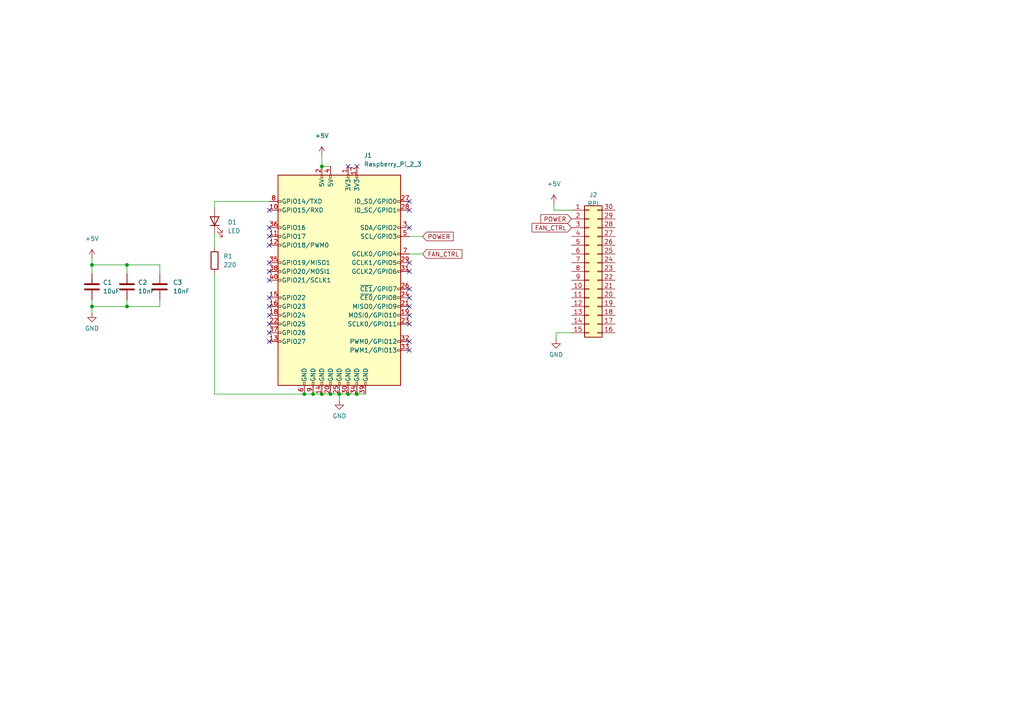
<source format=kicad_sch>
(kicad_sch (version 20211123) (generator eeschema)
  (paper "A4")
  (lib_symbols
    (symbol "Connector:Raspberry_Pi_2_3" (pin_names (offset 1.016))
      (property "Reference" "J" (at -17.78 31.75 0))
      (property "Value" "Raspberry_Pi_2_3" (at 10.16 -31.75 0))
      (symbol "Raspberry_Pi_2_3_0_1"
        (rectangle (start -17.78 30.48) (end 17.78 -30.48) (stroke (width 0.254)) (fill (type background)))
      )
      (symbol "Raspberry_Pi_2_3_1_1"
        (rectangle (start -16.891 -17.526) (end -17.78 -18.034))
        (rectangle (start -16.891 -14.986) (end -17.78 -15.494))
        (rectangle (start -16.891 -12.446) (end -17.78 -12.954))
        (rectangle (start -16.891 -9.906) (end -17.78 -10.414))
        (rectangle (start -16.891 -7.366) (end -17.78 -7.874))
        (rectangle (start -16.891 -4.826) (end -17.78 -5.334))
        (rectangle (start -16.891 0.254) (end -17.78 -0.254))
        (rectangle (start -16.891 2.794) (end -17.78 2.286))
        (rectangle (start -16.891 5.334) (end -17.78 4.826))
        (rectangle (start -16.891 10.414) (end -17.78 9.906))
        (rectangle (start -16.891 12.954) (end -17.78 12.446))
        (rectangle (start -16.891 15.494) (end -17.78 14.986))
        (rectangle (start -16.891 20.574) (end -17.78 20.066))
        (rectangle (start -16.891 23.114) (end -17.78 22.606))
        (rectangle (start -10.414 -29.591) (end -9.906 -30.48))
        (rectangle (start -7.874 -29.591) (end -7.366 -30.48))
        (rectangle (start -5.334 -29.591) (end -4.826 -30.48))
        (rectangle (start -5.334 30.48) (end -4.826 29.591))
        (rectangle (start -2.794 -29.591) (end -2.286 -30.48))
        (rectangle (start -2.794 30.48) (end -2.286 29.591))
        (rectangle (start -0.254 -29.591) (end 0.254 -30.48))
        (rectangle (start 2.286 -29.591) (end 2.794 -30.48))
        (rectangle (start 2.286 30.48) (end 2.794 29.591))
        (rectangle (start 4.826 -29.591) (end 5.334 -30.48))
        (rectangle (start 4.826 30.48) (end 5.334 29.591))
        (rectangle (start 7.366 -29.591) (end 7.874 -30.48))
        (rectangle (start 17.78 -20.066) (end 16.891 -20.574))
        (rectangle (start 17.78 -17.526) (end 16.891 -18.034))
        (rectangle (start 17.78 -12.446) (end 16.891 -12.954))
        (rectangle (start 17.78 -9.906) (end 16.891 -10.414))
        (rectangle (start 17.78 -7.366) (end 16.891 -7.874))
        (rectangle (start 17.78 -4.826) (end 16.891 -5.334))
        (rectangle (start 17.78 -2.286) (end 16.891 -2.794))
        (rectangle (start 17.78 2.794) (end 16.891 2.286))
        (rectangle (start 17.78 5.334) (end 16.891 4.826))
        (rectangle (start 17.78 7.874) (end 16.891 7.366))
        (rectangle (start 17.78 12.954) (end 16.891 12.446))
        (rectangle (start 17.78 15.494) (end 16.891 14.986))
        (rectangle (start 17.78 20.574) (end 16.891 20.066))
        (rectangle (start 17.78 23.114) (end 16.891 22.606))
        (pin power_in line (at 2.54 33.02 270) (length 2.54) (name "3V3") (number "1"))
        (pin bidirectional line (at -20.32 20.32 0) (length 2.54) (name "GPIO15/RXD") (number "10"))
        (pin bidirectional line (at -20.32 12.7 0) (length 2.54) (name "GPIO17") (number "11"))
        (pin bidirectional line (at -20.32 10.16 0) (length 2.54) (name "GPIO18/PWM0") (number "12"))
        (pin bidirectional line (at -20.32 -17.78 0) (length 2.54) (name "GPIO27") (number "13"))
        (pin power_in line (at -5.08 -33.02 90) (length 2.54) (name "GND") (number "14"))
        (pin bidirectional line (at -20.32 -5.08 0) (length 2.54) (name "GPIO22") (number "15"))
        (pin bidirectional line (at -20.32 -7.62 0) (length 2.54) (name "GPIO23") (number "16"))
        (pin power_in line (at 5.08 33.02 270) (length 2.54) (name "3V3") (number "17"))
        (pin bidirectional line (at -20.32 -10.16 0) (length 2.54) (name "GPIO24") (number "18"))
        (pin bidirectional line (at 20.32 -10.16 180) (length 2.54) (name "MOSI0/GPIO10") (number "19"))
        (pin power_in line (at -5.08 33.02 270) (length 2.54) (name "5V") (number "2"))
        (pin power_in line (at -2.54 -33.02 90) (length 2.54) (name "GND") (number "20"))
        (pin bidirectional line (at 20.32 -7.62 180) (length 2.54) (name "MISO0/GPIO9") (number "21"))
        (pin bidirectional line (at -20.32 -12.7 0) (length 2.54) (name "GPIO25") (number "22"))
        (pin bidirectional line (at 20.32 -12.7 180) (length 2.54) (name "SCLK0/GPIO11") (number "23"))
        (pin bidirectional line (at 20.32 -5.08 180) (length 2.54) (name "~{CE0}/GPIO8") (number "24"))
        (pin power_in line (at 0 -33.02 90) (length 2.54) (name "GND") (number "25"))
        (pin bidirectional line (at 20.32 -2.54 180) (length 2.54) (name "~{CE1}/GPIO7") (number "26"))
        (pin bidirectional line (at 20.32 22.86 180) (length 2.54) (name "ID_SD/GPIO0") (number "27"))
        (pin bidirectional line (at 20.32 20.32 180) (length 2.54) (name "ID_SC/GPIO1") (number "28"))
        (pin bidirectional line (at 20.32 5.08 180) (length 2.54) (name "GCLK1/GPIO5") (number "29"))
        (pin bidirectional line (at 20.32 15.24 180) (length 2.54) (name "SDA/GPIO2") (number "3"))
        (pin power_in line (at 2.54 -33.02 90) (length 2.54) (name "GND") (number "30"))
        (pin bidirectional line (at 20.32 2.54 180) (length 2.54) (name "GCLK2/GPIO6") (number "31"))
        (pin bidirectional line (at 20.32 -17.78 180) (length 2.54) (name "PWM0/GPIO12") (number "32"))
        (pin bidirectional line (at 20.32 -20.32 180) (length 2.54) (name "PWM1/GPIO13") (number "33"))
        (pin power_in line (at 5.08 -33.02 90) (length 2.54) (name "GND") (number "34"))
        (pin bidirectional line (at -20.32 5.08 0) (length 2.54) (name "GPIO19/MISO1") (number "35"))
        (pin bidirectional line (at -20.32 15.24 0) (length 2.54) (name "GPIO16") (number "36"))
        (pin bidirectional line (at -20.32 -15.24 0) (length 2.54) (name "GPIO26") (number "37"))
        (pin bidirectional line (at -20.32 2.54 0) (length 2.54) (name "GPIO20/MOSI1") (number "38"))
        (pin power_in line (at 7.62 -33.02 90) (length 2.54) (name "GND") (number "39"))
        (pin power_in line (at -2.54 33.02 270) (length 2.54) (name "5V") (number "4"))
        (pin bidirectional line (at -20.32 0 0) (length 2.54) (name "GPIO21/SCLK1") (number "40"))
        (pin bidirectional line (at 20.32 12.7 180) (length 2.54) (name "SCL/GPIO3") (number "5"))
        (pin power_in line (at -10.16 -33.02 90) (length 2.54) (name "GND") (number "6"))
        (pin bidirectional line (at 20.32 7.62 180) (length 2.54) (name "GCLK0/GPIO4") (number "7"))
        (pin bidirectional line (at -20.32 22.86 0) (length 2.54) (name "GPIO14/TXD") (number "8"))
        (pin power_in line (at -7.62 -33.02 90) (length 2.54) (name "GND") (number "9"))
      )
    )
    (symbol "Connector_Generic:Conn_02x15_Counter_Clockwise" (pin_names (offset 1.016) hide)
      (property "Reference" "J" (at 1.27 20.32 0))
      (property "Value" "Conn_02x15_Counter_Clockwise" (at 1.27 -20.32 0))
      (symbol "Conn_02x15_Counter_Clockwise_1_1"
        (rectangle (start -1.27 -17.653) (end 0 -17.907) (stroke (width 0.1524)))
        (rectangle (start -1.27 -15.113) (end 0 -15.367) (stroke (width 0.1524)))
        (rectangle (start -1.27 -12.573) (end 0 -12.827) (stroke (width 0.1524)))
        (rectangle (start -1.27 -10.033) (end 0 -10.287) (stroke (width 0.1524)))
        (rectangle (start -1.27 -7.493) (end 0 -7.747) (stroke (width 0.1524)))
        (rectangle (start -1.27 -4.953) (end 0 -5.207) (stroke (width 0.1524)))
        (rectangle (start -1.27 -2.413) (end 0 -2.667) (stroke (width 0.1524)))
        (rectangle (start -1.27 0.127) (end 0 -0.127) (stroke (width 0.1524)))
        (rectangle (start -1.27 2.667) (end 0 2.413) (stroke (width 0.1524)))
        (rectangle (start -1.27 5.207) (end 0 4.953) (stroke (width 0.1524)))
        (rectangle (start -1.27 7.747) (end 0 7.493) (stroke (width 0.1524)))
        (rectangle (start -1.27 10.287) (end 0 10.033) (stroke (width 0.1524)))
        (rectangle (start -1.27 12.827) (end 0 12.573) (stroke (width 0.1524)))
        (rectangle (start -1.27 15.367) (end 0 15.113) (stroke (width 0.1524)))
        (rectangle (start -1.27 17.907) (end 0 17.653) (stroke (width 0.1524)))
        (rectangle (start -1.27 19.05) (end 3.81 -19.05) (stroke (width 0.254)) (fill (type background)))
        (rectangle (start 3.81 -17.653) (end 2.54 -17.907) (stroke (width 0.1524)))
        (rectangle (start 3.81 -15.113) (end 2.54 -15.367) (stroke (width 0.1524)))
        (rectangle (start 3.81 -12.573) (end 2.54 -12.827) (stroke (width 0.1524)))
        (rectangle (start 3.81 -10.033) (end 2.54 -10.287) (stroke (width 0.1524)))
        (rectangle (start 3.81 -7.493) (end 2.54 -7.747) (stroke (width 0.1524)))
        (rectangle (start 3.81 -4.953) (end 2.54 -5.207) (stroke (width 0.1524)))
        (rectangle (start 3.81 -2.413) (end 2.54 -2.667) (stroke (width 0.1524)))
        (rectangle (start 3.81 0.127) (end 2.54 -0.127) (stroke (width 0.1524)))
        (rectangle (start 3.81 2.667) (end 2.54 2.413) (stroke (width 0.1524)))
        (rectangle (start 3.81 5.207) (end 2.54 4.953) (stroke (width 0.1524)))
        (rectangle (start 3.81 7.747) (end 2.54 7.493) (stroke (width 0.1524)))
        (rectangle (start 3.81 10.287) (end 2.54 10.033) (stroke (width 0.1524)))
        (rectangle (start 3.81 12.827) (end 2.54 12.573) (stroke (width 0.1524)))
        (rectangle (start 3.81 15.367) (end 2.54 15.113) (stroke (width 0.1524)))
        (rectangle (start 3.81 17.907) (end 2.54 17.653) (stroke (width 0.1524)))
        (pin passive line (at -5.08 17.78 0) (length 3.81) (name "Pin_1") (number "1"))
        (pin passive line (at -5.08 -5.08 0) (length 3.81) (name "Pin_10") (number "10"))
        (pin passive line (at -5.08 -7.62 0) (length 3.81) (name "Pin_11") (number "11"))
        (pin passive line (at -5.08 -10.16 0) (length 3.81) (name "Pin_12") (number "12"))
        (pin passive line (at -5.08 -12.7 0) (length 3.81) (name "Pin_13") (number "13"))
        (pin passive line (at -5.08 -15.24 0) (length 3.81) (name "Pin_14") (number "14"))
        (pin passive line (at -5.08 -17.78 0) (length 3.81) (name "Pin_15") (number "15"))
        (pin passive line (at 7.62 -17.78 180) (length 3.81) (name "Pin_16") (number "16"))
        (pin passive line (at 7.62 -15.24 180) (length 3.81) (name "Pin_17") (number "17"))
        (pin passive line (at 7.62 -12.7 180) (length 3.81) (name "Pin_18") (number "18"))
        (pin passive line (at 7.62 -10.16 180) (length 3.81) (name "Pin_19") (number "19"))
        (pin passive line (at -5.08 15.24 0) (length 3.81) (name "Pin_2") (number "2"))
        (pin passive line (at 7.62 -7.62 180) (length 3.81) (name "Pin_20") (number "20"))
        (pin passive line (at 7.62 -5.08 180) (length 3.81) (name "Pin_21") (number "21"))
        (pin passive line (at 7.62 -2.54 180) (length 3.81) (name "Pin_22") (number "22"))
        (pin passive line (at 7.62 0 180) (length 3.81) (name "Pin_23") (number "23"))
        (pin passive line (at 7.62 2.54 180) (length 3.81) (name "Pin_24") (number "24"))
        (pin passive line (at 7.62 5.08 180) (length 3.81) (name "Pin_25") (number "25"))
        (pin passive line (at 7.62 7.62 180) (length 3.81) (name "Pin_26") (number "26"))
        (pin passive line (at 7.62 10.16 180) (length 3.81) (name "Pin_27") (number "27"))
        (pin passive line (at 7.62 12.7 180) (length 3.81) (name "Pin_28") (number "28"))
        (pin passive line (at 7.62 15.24 180) (length 3.81) (name "Pin_29") (number "29"))
        (pin passive line (at -5.08 12.7 0) (length 3.81) (name "Pin_3") (number "3"))
        (pin passive line (at 7.62 17.78 180) (length 3.81) (name "Pin_30") (number "30"))
        (pin passive line (at -5.08 10.16 0) (length 3.81) (name "Pin_4") (number "4"))
        (pin passive line (at -5.08 7.62 0) (length 3.81) (name "Pin_5") (number "5"))
        (pin passive line (at -5.08 5.08 0) (length 3.81) (name "Pin_6") (number "6"))
        (pin passive line (at -5.08 2.54 0) (length 3.81) (name "Pin_7") (number "7"))
        (pin passive line (at -5.08 0 0) (length 3.81) (name "Pin_8") (number "8"))
        (pin passive line (at -5.08 -2.54 0) (length 3.81) (name "Pin_9") (number "9"))
      )
    )
    (symbol "Device:C" (pin_numbers hide) (pin_names (offset 0.254))
      (property "Reference" "C" (at 0.635 2.54 0))
      (property "Value" "C" (at 0.635 -2.54 0))
      (symbol "C_0_1"
        (polyline (pts (xy -2.032 -0.762) (xy 2.032 -0.762)) (stroke (width 0.508)))
        (polyline (pts (xy -2.032 0.762) (xy 2.032 0.762)) (stroke (width 0.508)))
      )
      (symbol "C_1_1"
        (pin passive line (at 0 3.81 270) (length 2.794) (name "~") (number "1"))
        (pin passive line (at 0 -3.81 90) (length 2.794) (name "~") (number "2"))
      )
    )
    (symbol "Device:LED" (pin_numbers hide) (pin_names (offset 1.016) hide)
      (property "Reference" "D" (at 0 2.54 0))
      (property "Value" "LED" (at 0 -2.54 0))
      (symbol "LED_0_1"
        (polyline (pts (xy -1.27 -1.27) (xy -1.27 1.27)) (stroke (width 0.254)))
        (polyline (pts (xy -1.27 0) (xy 1.27 0)))
        (polyline (pts (xy 1.27 -1.27) (xy 1.27 1.27) (xy -1.27 0) (xy 1.27 -1.27)) (stroke (width 0.254)))
        (polyline (pts (xy -3.048 -0.762) (xy -4.572 -2.286) (xy -3.81 -2.286) (xy -4.572 -2.286) (xy -4.572 -1.524)))
        (polyline (pts (xy -1.778 -0.762) (xy -3.302 -2.286) (xy -2.54 -2.286) (xy -3.302 -2.286) (xy -3.302 -1.524)))
      )
      (symbol "LED_1_1"
        (pin passive line (at -3.81 0 0) (length 2.54) (name "K") (number "1"))
        (pin passive line (at 3.81 0 180) (length 2.54) (name "A") (number "2"))
      )
    )
    (symbol "Device:R" (pin_numbers hide) (pin_names (offset 0))
      (property "Reference" "R" (at 2.032 0 90))
      (property "Value" "R" (at 0 0 90))
      (symbol "R_0_1"
        (rectangle (start -1.016 -2.54) (end 1.016 2.54) (stroke (width 0.254)))
      )
      (symbol "R_1_1"
        (pin passive line (at 0 3.81 270) (length 1.27) (name "~") (number "1"))
        (pin passive line (at 0 -3.81 90) (length 1.27) (name "~") (number "2"))
      )
    )
    (symbol "power:+5V" (power) (pin_names (offset 0))
      (property "Value" "+5V" (at 0 3.556 0))
      (symbol "+5V_0_1"
        (polyline (pts (xy -0.762 1.27) (xy 0 2.54)))
        (polyline (pts (xy 0 0) (xy 0 2.54)))
        (polyline (pts (xy 0 2.54) (xy 0.762 1.27)))
      )
      (symbol "+5V_1_1"
        (pin power_in line (at 0 0 90) (length 0) hide (name "+5V") (number "1"))
      )
    )
    (symbol "power:GND" (power) (pin_names (offset 0))
      (property "Value" "GND" (at 0 -3.81 0))
      (symbol "GND_0_1"
        (polyline (pts (xy 0 0) (xy 0 -1.27) (xy 1.27 -1.27) (xy 0 -2.54) (xy -1.27 -1.27) (xy 0 -1.27)))
      )
      (symbol "GND_1_1"
        (pin power_in line (at 0 0 270) (length 0) hide (name "GND") (number "1"))
      )
    )
  )
  (junction (at 88.265 114.3))
  (junction (at 26.67 76.835))
  (junction (at 36.83 76.835))
  (junction (at 93.345 48.26))
  (junction (at 26.67 88.9))
  (junction (at 95.885 114.3))
  (junction (at 100.965 114.3))
  (junction (at 36.83 88.9))
  (junction (at 90.805 114.3))
  (junction (at 93.345 114.3))
  (junction (at 98.425 114.3))
  (junction (at 103.505 114.3))
  (no_connect (at 118.745 101.6))
  (no_connect (at 118.745 99.06))
  (no_connect (at 78.105 66.04))
  (no_connect (at 118.745 86.36))
  (no_connect (at 78.105 81.28))
  (no_connect (at 78.105 78.74))
  (no_connect (at 78.105 60.96))
  (no_connect (at 78.105 99.06))
  (no_connect (at 78.105 96.52))
  (no_connect (at 118.745 58.42))
  (no_connect (at 78.105 68.58))
  (no_connect (at 78.105 88.9))
  (no_connect (at 78.105 71.12))
  (no_connect (at 78.105 86.36))
  (no_connect (at 118.745 88.9))
  (no_connect (at 118.745 66.04))
  (no_connect (at 103.505 48.26))
  (no_connect (at 78.105 91.44))
  (no_connect (at 118.745 76.2))
  (no_connect (at 100.965 48.26))
  (no_connect (at 118.745 93.98))
  (no_connect (at 78.105 93.98))
  (no_connect (at 118.745 91.44))
  (no_connect (at 118.745 60.96))
  (no_connect (at 78.105 76.2))
  (no_connect (at 118.745 83.82))
  (no_connect (at 118.745 78.74))
  (wire (pts (xy 62.23 79.375) (xy 62.23 114.3)))
  (wire (pts (xy 118.745 73.66) (xy 122.555 73.66)))
  (wire (pts (xy 160.655 60.96) (xy 165.735 60.96)))
  (wire (pts (xy 161.29 96.52) (xy 161.29 98.425)))
  (wire (pts (xy 93.345 114.3) (xy 95.885 114.3)))
  (wire (pts (xy 36.83 79.375) (xy 36.83 76.835)))
  (wire (pts (xy 26.67 88.9) (xy 36.83 88.9)))
  (wire (pts (xy 165.735 96.52) (xy 161.29 96.52)))
  (wire (pts (xy 26.67 74.93) (xy 26.67 76.835)))
  (wire (pts (xy 98.425 114.3) (xy 98.425 116.205)))
  (wire (pts (xy 36.83 76.835) (xy 46.355 76.835)))
  (wire (pts (xy 26.67 86.995) (xy 26.67 88.9)))
  (wire (pts (xy 26.67 88.9) (xy 26.67 90.805)))
  (wire (pts (xy 95.885 114.3) (xy 98.425 114.3)))
  (wire (pts (xy 93.345 48.26) (xy 95.885 48.26)))
  (wire (pts (xy 36.83 86.995) (xy 36.83 88.9)))
  (wire (pts (xy 62.23 67.945) (xy 62.23 71.755)))
  (wire (pts (xy 26.67 76.835) (xy 36.83 76.835)))
  (wire (pts (xy 103.505 114.3) (xy 106.045 114.3)))
  (wire (pts (xy 62.23 114.3) (xy 88.265 114.3)))
  (wire (pts (xy 93.345 45.085) (xy 93.345 48.26)))
  (wire (pts (xy 36.83 88.9) (xy 46.355 88.9)))
  (wire (pts (xy 46.355 76.835) (xy 46.355 79.375)))
  (wire (pts (xy 78.105 58.42) (xy 62.23 58.42)))
  (wire (pts (xy 118.745 68.58) (xy 122.555 68.58)))
  (wire (pts (xy 100.965 114.3) (xy 103.505 114.3)))
  (wire (pts (xy 88.265 114.3) (xy 90.805 114.3)))
  (wire (pts (xy 98.425 114.3) (xy 100.965 114.3)))
  (wire (pts (xy 26.67 76.835) (xy 26.67 79.375)))
  (wire (pts (xy 90.805 114.3) (xy 93.345 114.3)))
  (wire (pts (xy 46.355 86.995) (xy 46.355 88.9)))
  (wire (pts (xy 62.23 58.42) (xy 62.23 60.325)))
  (wire (pts (xy 160.655 59.055) (xy 160.655 60.96)))
  (global_label "FAN_CTRL" (shape input) (at 122.555 73.66 0) (property "Intersheet References" "${INTERSHEET_REFS}" (effects hide)))
  (global_label "POWER" (shape input) (at 165.735 63.5 180) (property "Intersheet References" "${INTERSHEET_REFS}" (effects hide)))
  (global_label "FAN_CTRL" (shape input) (at 165.735 66.04 180) (property "Intersheet References" "${INTERSHEET_REFS}" (effects hide)))
  (global_label "POWER" (shape input) (at 122.555 68.58 0) (property "Intersheet References" "${INTERSHEET_REFS}" (effects hide)))
  (symbol (lib_id "Device:C") (at 46.355 83.185 0) (unit 1)
    (property "Reference" "C3" (at 50.165 81.9149 0) (effects (justify left)))
    (property "Value" "10nF" (at 50.165 84.4549 0) (effects (justify left)))
    (property "Footprint" "Capacitor_SMD:C_0603_1608Metric_Pad1.08x0.95mm_HandSolder" (effects hide))
  )
  (symbol (lib_id "power:GND") (at 98.425 116.205 0) (unit 1)
    (property "Reference" "#PWR04" (effects hide))
    (property "Value" "GND" (at 98.425 120.65 0))
  )
  (symbol (lib_id "Connector_Generic:Conn_02x15_Counter_Clockwise") (at 170.815 78.74 0) (unit 1)
    (property "Reference" "J2" (at 172.085 56.515 0))
    (property "Value" "RPI" (at 172.085 59.055 0))
    (property "Footprint" "Connector_TheRLab:NES_PCBEdge" (effects hide))
  )
  (symbol (lib_id "power:+5V") (at 160.655 59.055 0) (unit 1)
    (property "Reference" "#PWR05" (effects hide))
    (property "Value" "+5V" (at 160.655 53.34 0))
  )
  (symbol (lib_id "Device:C") (at 36.83 83.185 0) (unit 1)
    (property "Reference" "C2" (at 40.005 81.9149 0) (effects (justify left)))
    (property "Value" "10nF" (at 40.005 84.4549 0) (effects (justify left)))
    (property "Footprint" "Capacitor_SMD:C_0603_1608Metric_Pad1.08x0.95mm_HandSolder" (effects hide))
  )
  (symbol (lib_id "Connector:Raspberry_Pi_2_3") (at 98.425 81.28 0) (unit 1)
    (property "Reference" "J1" (at 105.5244 45.085 0) (effects (justify left)))
    (property "Value" "Raspberry_Pi_2_3" (at 105.5244 47.625 0) (effects (justify left)))
    (property "Footprint" "Connector_PinSocket_2.54mm:PinSocket_2x20_P2.54mm_Vertical" (effects hide))
    (property "Datasheet" "https://www.raspberrypi.org/documentation/hardware/raspberrypi/schematics/rpi_SCH_3bplus_1p0_reduced.pdf" (effects hide))
  )
  (symbol (lib_id "power:GND") (at 161.29 98.425 0) (unit 1)
    (property "Reference" "#PWR06" (effects hide))
    (property "Value" "GND" (at 161.29 102.87 0))
  )
  (symbol (lib_id "Device:R") (at 62.23 75.565 180) (unit 1)
    (property "Reference" "R1" (at 64.77 74.2949 0) (effects (justify right)))
    (property "Value" "220" (at 64.77 76.8349 0) (effects (justify right)))
    (property "Footprint" "Resistor_SMD:R_0603_1608Metric_Pad0.98x0.95mm_HandSolder" (effects hide))
  )
  (symbol (lib_id "Device:C") (at 26.67 83.185 0) (unit 1)
    (property "Reference" "C1" (at 29.845 81.9149 0) (effects (justify left)))
    (property "Value" "10uF" (at 29.845 84.4549 0) (effects (justify left)))
    (property "Footprint" "Capacitor_SMD:C_0805_2012Metric_Pad1.18x1.45mm_HandSolder" (effects hide))
  )
  (symbol (lib_id "power:+5V") (at 26.67 74.93 0) (unit 1)
    (property "Reference" "#PWR01" (effects hide))
    (property "Value" "+5V" (at 26.67 69.215 0))
  )
  (symbol (lib_id "power:GND") (at 26.67 90.805 0) (unit 1)
    (property "Reference" "#PWR02" (effects hide))
    (property "Value" "GND" (at 26.67 95.25 0))
  )
  (symbol (lib_id "power:+5V") (at 93.345 45.085 0) (unit 1)
    (property "Reference" "#PWR03" (effects hide))
    (property "Value" "+5V" (at 93.345 39.37 0))
  )
  (symbol (lib_id "Device:LED") (at 62.23 64.135 90) (unit 1)
    (property "Reference" "D1" (at 66.04 64.4524 90) (effects (justify right)))
    (property "Value" "LED" (at 66.04 66.9924 90) (effects (justify right)))
    (property "Footprint" "LED_SMD:LED_0603_1608Metric_Pad1.05x0.95mm_HandSolder" (effects hide))
  )
)
</source>
